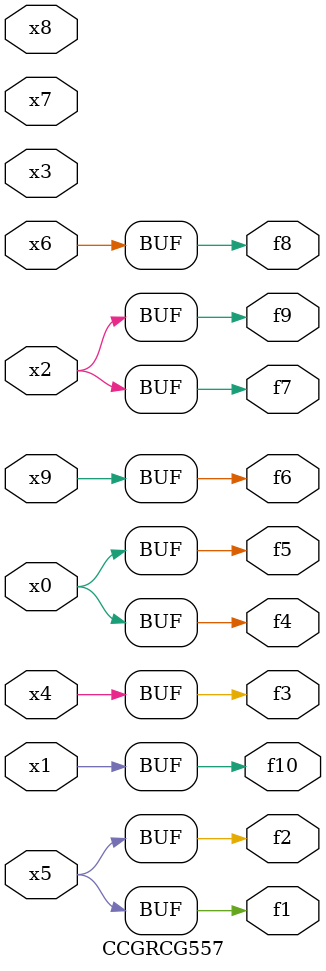
<source format=v>
module CCGRCG557(
	input x0, x1, x2, x3, x4, x5, x6, x7, x8, x9,
	output f1, f2, f3, f4, f5, f6, f7, f8, f9, f10
);
	assign f1 = x5;
	assign f2 = x5;
	assign f3 = x4;
	assign f4 = x0;
	assign f5 = x0;
	assign f6 = x9;
	assign f7 = x2;
	assign f8 = x6;
	assign f9 = x2;
	assign f10 = x1;
endmodule

</source>
